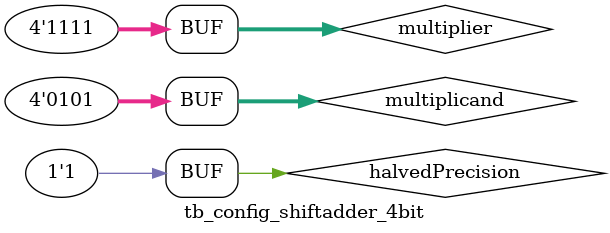
<source format=sv>
module tb_config_shiftadder_4bit;

    logic signed [3:0] multiplier;
    logic signed [3:0] multiplicand;
    logic halvedPrecision;
    logic signed [7:0] product;

    config_shiftadder_4bit #(
        .configurable(1),
        .zeroExtend(1) 
    ) shiftadder_4bit (
        .multiplier(multiplier),
        .multiplicand(multiplicand),
        .halvedPrecision(halvedPrecision),
        .product(product)
    );

    initial begin
        $monitor("product=%d", product);
        $dumpfile("config_shiftadder_4bit.vcd");
        $dumpvars(0, tb_config_shiftadder_4bit);
        multiplicand = 3;
        multiplier = 3;
        halvedPrecision = 1;
        #10;
        multiplicand = -3;
        multiplier = 3;
        halvedPrecision = 1;
        #10;
        multiplicand = -3;
        multiplier = -3;
        halvedPrecision = 1;
        #10;
        multiplicand = 4'b1011;
        multiplier = 4'b1011;
        halvedPrecision = 0;
        #10;
        multiplicand = 4'b1111;
        multiplier = 4'b1111;
        halvedPrecision = 0;
        #10;
        multiplicand = 4'b0;
        multiplier = 4'b0;
        halvedPrecision = 0;
        #10;
        multiplicand = 5;
        multiplier = -1;
        halvedPrecision = 1;
        #10;

    end
endmodule
</source>
